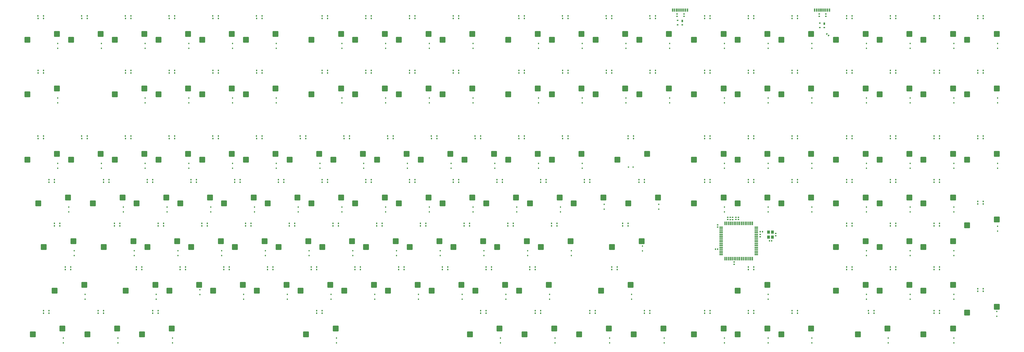
<source format=gbr>
%TF.GenerationSoftware,KiCad,Pcbnew,7.0.3*%
%TF.CreationDate,2023-05-24T16:07:10-04:00*%
%TF.ProjectId,100p-keebored,31303070-2d6b-4656-9562-6f7265642e6b,rev?*%
%TF.SameCoordinates,Original*%
%TF.FileFunction,Paste,Bot*%
%TF.FilePolarity,Positive*%
%FSLAX46Y46*%
G04 Gerber Fmt 4.6, Leading zero omitted, Abs format (unit mm)*
G04 Created by KiCad (PCBNEW 7.0.3) date 2023-05-24 16:07:10*
%MOMM*%
%LPD*%
G01*
G04 APERTURE LIST*
G04 Aperture macros list*
%AMRoundRect*
0 Rectangle with rounded corners*
0 $1 Rounding radius*
0 $2 $3 $4 $5 $6 $7 $8 $9 X,Y pos of 4 corners*
0 Add a 4 corners polygon primitive as box body*
4,1,4,$2,$3,$4,$5,$6,$7,$8,$9,$2,$3,0*
0 Add four circle primitives for the rounded corners*
1,1,$1+$1,$2,$3*
1,1,$1+$1,$4,$5*
1,1,$1+$1,$6,$7*
1,1,$1+$1,$8,$9*
0 Add four rect primitives between the rounded corners*
20,1,$1+$1,$2,$3,$4,$5,0*
20,1,$1+$1,$4,$5,$6,$7,0*
20,1,$1+$1,$6,$7,$8,$9,0*
20,1,$1+$1,$8,$9,$2,$3,0*%
G04 Aperture macros list end*
%ADD10RoundRect,0.250000X1.025000X1.000000X-1.025000X1.000000X-1.025000X-1.000000X1.025000X-1.000000X0*%
%ADD11RoundRect,0.112500X0.112500X-0.187500X0.112500X0.187500X-0.112500X0.187500X-0.112500X-0.187500X0*%
%ADD12RoundRect,0.118750X0.118750X0.231250X-0.118750X0.231250X-0.118750X-0.231250X0.118750X-0.231250X0*%
%ADD13RoundRect,0.125000X0.125000X0.225000X-0.125000X0.225000X-0.125000X-0.225000X0.125000X-0.225000X0*%
%ADD14RoundRect,0.118750X-0.118750X-0.231250X0.118750X-0.231250X0.118750X0.231250X-0.118750X0.231250X0*%
%ADD15RoundRect,0.125000X-0.125000X-0.225000X0.125000X-0.225000X0.125000X0.225000X-0.125000X0.225000X0*%
%ADD16RoundRect,0.135000X-0.185000X0.135000X-0.185000X-0.135000X0.185000X-0.135000X0.185000X0.135000X0*%
%ADD17RoundRect,0.135000X0.185000X-0.135000X0.185000X0.135000X-0.185000X0.135000X-0.185000X-0.135000X0*%
%ADD18RoundRect,0.140000X0.170000X-0.140000X0.170000X0.140000X-0.170000X0.140000X-0.170000X-0.140000X0*%
%ADD19RoundRect,0.140000X-0.170000X0.140000X-0.170000X-0.140000X0.170000X-0.140000X0.170000X0.140000X0*%
%ADD20R,0.700000X1.000000*%
%ADD21R,0.700000X0.600000*%
%ADD22RoundRect,0.140000X0.140000X0.170000X-0.140000X0.170000X-0.140000X-0.170000X0.140000X-0.170000X0*%
%ADD23R,0.600000X1.450000*%
%ADD24R,0.300000X1.450000*%
%ADD25R,0.550000X1.500000*%
%ADD26R,1.500000X0.550000*%
%ADD27RoundRect,0.135000X0.135000X0.185000X-0.135000X0.185000X-0.135000X-0.185000X0.135000X-0.185000X0*%
%ADD28RoundRect,0.135000X0.226274X0.035355X0.035355X0.226274X-0.226274X-0.035355X-0.035355X-0.226274X0*%
%ADD29R,1.200000X1.400000*%
%ADD30RoundRect,0.112500X-0.187500X-0.112500X0.187500X-0.112500X0.187500X0.112500X-0.187500X0.112500X0*%
G04 APERTURE END LIST*
D10*
%TO.C,SW10*%
X262736000Y-79044800D03*
X249809000Y-81584800D03*
%TD*%
%TO.C,SW127*%
X410373500Y-207632300D03*
X397446500Y-210172300D03*
%TD*%
%TO.C,SW96*%
X336554750Y-169532300D03*
X323627750Y-172072300D03*
%TD*%
%TO.C,SW78*%
X391323500Y-150482300D03*
X378396500Y-153022300D03*
%TD*%
%TO.C,SW115*%
X472286000Y-188582300D03*
X459359000Y-191122300D03*
%TD*%
%TO.C,SW73*%
X281786000Y-150482300D03*
X268859000Y-153022300D03*
%TD*%
%TO.C,SW50*%
X234161000Y-131432300D03*
X221234000Y-133972300D03*
%TD*%
%TO.C,SW69*%
X205586000Y-150482300D03*
X192659000Y-153022300D03*
%TD*%
%TO.C,SW19*%
X453236000Y-79044800D03*
X440309000Y-81584800D03*
%TD*%
%TO.C,SW125*%
X372273500Y-207632300D03*
X359346500Y-210172300D03*
%TD*%
%TO.C,SW76*%
X343698500Y-150482300D03*
X330771500Y-153022300D03*
%TD*%
%TO.C,SW4*%
X138911000Y-79044800D03*
X125984000Y-81584800D03*
%TD*%
%TO.C,SW51*%
X253211000Y-131432300D03*
X240284000Y-133972300D03*
%TD*%
%TO.C,SW12*%
X310361000Y-79044800D03*
X297434000Y-81584800D03*
%TD*%
%TO.C,SW71*%
X243686000Y-150482300D03*
X230759000Y-153022300D03*
%TD*%
%TO.C,SW126*%
X391323500Y-207632300D03*
X378396500Y-210172300D03*
%TD*%
%TO.C,SW119*%
X131767250Y-207632300D03*
X118840250Y-210172300D03*
%TD*%
%TO.C,SW107*%
X238923500Y-188582300D03*
X225996500Y-191122300D03*
%TD*%
%TO.C,SW27*%
X205586000Y-102857300D03*
X192659000Y-105397300D03*
%TD*%
%TO.C,SW48*%
X196061000Y-131432300D03*
X183134000Y-133972300D03*
%TD*%
%TO.C,SW81*%
X453236000Y-150482300D03*
X440309000Y-153022300D03*
%TD*%
%TO.C,SW24*%
X138911000Y-102857300D03*
X125984000Y-105397300D03*
%TD*%
%TO.C,SW62*%
X491336000Y-131432300D03*
X478409000Y-133972300D03*
%TD*%
%TO.C,SW23*%
X119861000Y-102857300D03*
X106934000Y-105397300D03*
%TD*%
%TO.C,SW88*%
X172248500Y-169532300D03*
X159321500Y-172072300D03*
%TD*%
%TO.C,SW105*%
X200823500Y-188582300D03*
X187896500Y-191122300D03*
%TD*%
%TO.C,SW8*%
X224636000Y-79044800D03*
X211709000Y-81584800D03*
%TD*%
%TO.C,SW117*%
X84142250Y-207632300D03*
X71215250Y-210172300D03*
%TD*%
%TO.C,SW79*%
X410373500Y-150482300D03*
X397446500Y-153022300D03*
%TD*%
%TO.C,SW66*%
X148436000Y-150482300D03*
X135509000Y-153022300D03*
%TD*%
%TO.C,SW30*%
X262736000Y-102857300D03*
X249809000Y-105397300D03*
%TD*%
%TO.C,SW87*%
X153198500Y-169532300D03*
X140271500Y-172072300D03*
%TD*%
%TO.C,SW68*%
X186536000Y-150482300D03*
X173609000Y-153022300D03*
%TD*%
%TO.C,SW15*%
X372273500Y-79044800D03*
X359346500Y-81584800D03*
%TD*%
%TO.C,SW25*%
X157961000Y-102857300D03*
X145034000Y-105397300D03*
%TD*%
%TO.C,SW89*%
X191298500Y-169532300D03*
X178371500Y-172072300D03*
%TD*%
%TO.C,SW39*%
X453236000Y-102857300D03*
X440309000Y-105397300D03*
%TD*%
%TO.C,SW102*%
X143673500Y-188582300D03*
X130746500Y-191122300D03*
%TD*%
%TO.C,SW70*%
X224636000Y-150482300D03*
X211709000Y-153022300D03*
%TD*%
%TO.C,SW77*%
X372273500Y-150482300D03*
X359346500Y-153022300D03*
%TD*%
%TO.C,SW59*%
X434186000Y-131432300D03*
X421259000Y-133972300D03*
%TD*%
%TO.C,SW114*%
X453236000Y-188582300D03*
X440309000Y-191122300D03*
%TD*%
%TO.C,SW11*%
X291311000Y-79044800D03*
X278384000Y-81584800D03*
%TD*%
%TO.C,SW22*%
X81761000Y-102857300D03*
X68834000Y-105397300D03*
%TD*%
%TO.C,SW61*%
X472286000Y-131432300D03*
X459359000Y-133972300D03*
%TD*%
%TO.C,SW6*%
X177011000Y-79044800D03*
X164084000Y-81584800D03*
%TD*%
%TO.C,SW97*%
X434186000Y-169532300D03*
X421259000Y-172072300D03*
%TD*%
%TO.C,SW21*%
X491336000Y-79044800D03*
X478409000Y-81584800D03*
%TD*%
%TO.C,SW29*%
X243686000Y-102857300D03*
X230759000Y-105397300D03*
%TD*%
%TO.C,SW63*%
X86523500Y-150482300D03*
X73596500Y-153022300D03*
%TD*%
%TO.C,SW124*%
X346079750Y-207632300D03*
X333152750Y-210172300D03*
%TD*%
%TO.C,SW17*%
X410373500Y-79044800D03*
X397446500Y-81584800D03*
%TD*%
%TO.C,SW49*%
X215111000Y-131432300D03*
X202184000Y-133972300D03*
%TD*%
%TO.C,SW122*%
X298454750Y-207632300D03*
X285527750Y-210172300D03*
%TD*%
%TO.C,SW16*%
X391323500Y-79044800D03*
X378396500Y-81584800D03*
%TD*%
%TO.C,SW120*%
X203204750Y-207632300D03*
X190277750Y-210172300D03*
%TD*%
%TO.C,SW26*%
X177011000Y-102857300D03*
X164084000Y-105397300D03*
%TD*%
%TO.C,SW82*%
X472286000Y-150482300D03*
X459359000Y-153022300D03*
%TD*%
%TO.C,SW58*%
X410373500Y-131432300D03*
X397446500Y-133972300D03*
%TD*%
%TO.C,SW86*%
X134148500Y-169532300D03*
X121221500Y-172072300D03*
%TD*%
%TO.C,SW84*%
X88904750Y-169532300D03*
X75977750Y-172072300D03*
%TD*%
%TO.C,SW37*%
X410373500Y-102857300D03*
X397446500Y-105397300D03*
%TD*%
%TO.C,SW90*%
X210348500Y-169532300D03*
X197421500Y-172072300D03*
%TD*%
%TO.C,SW9*%
X243686000Y-79044800D03*
X230759000Y-81584800D03*
%TD*%
%TO.C,SW18*%
X434186000Y-79044800D03*
X421259000Y-81584800D03*
%TD*%
%TO.C,SW35*%
X372273500Y-102857300D03*
X359346500Y-105397300D03*
%TD*%
%TO.C,SW34*%
X348461000Y-102857300D03*
X335534000Y-105397300D03*
%TD*%
%TO.C,SW121*%
X274642250Y-207632300D03*
X261715250Y-210172300D03*
%TD*%
%TO.C,SW46*%
X157961000Y-131432300D03*
X145034000Y-133972300D03*
%TD*%
%TO.C,SW74*%
X300836000Y-150482300D03*
X287909000Y-153022300D03*
%TD*%
%TO.C,SW47*%
X177011000Y-131432300D03*
X164084000Y-133972300D03*
%TD*%
%TO.C,SW80*%
X434186000Y-150482300D03*
X421259000Y-153022300D03*
%TD*%
%TO.C,SW32*%
X310361000Y-102857300D03*
X297434000Y-105397300D03*
%TD*%
%TO.C,SW110*%
X296073500Y-188582300D03*
X283146500Y-191122300D03*
%TD*%
%TO.C,SW2*%
X100811000Y-79044800D03*
X87884000Y-81584800D03*
%TD*%
%TO.C,SW129*%
X472286000Y-207632300D03*
X459359000Y-210172300D03*
%TD*%
%TO.C,SW123*%
X322267250Y-207632300D03*
X309340250Y-210172300D03*
%TD*%
%TO.C,SW98*%
X453236000Y-169532300D03*
X440309000Y-172072300D03*
%TD*%
%TO.C,SW95*%
X305598500Y-169532300D03*
X292671500Y-172072300D03*
%TD*%
%TO.C,SW14*%
X348461000Y-79044800D03*
X335534000Y-81584800D03*
%TD*%
%TO.C,SW57*%
X391323500Y-131432300D03*
X378396500Y-133972300D03*
%TD*%
%TO.C,SW104*%
X181773500Y-188582300D03*
X168846500Y-191122300D03*
%TD*%
%TO.C,SW13*%
X329411000Y-79044800D03*
X316484000Y-81584800D03*
%TD*%
%TO.C,SW112*%
X391323480Y-188582272D03*
X378396480Y-191122272D03*
%TD*%
%TO.C,SW100*%
X93667250Y-188582300D03*
X80740250Y-191122300D03*
%TD*%
%TO.C,SW99*%
X472286000Y-169532300D03*
X459359000Y-172072300D03*
%TD*%
%TO.C,SW45*%
X138911000Y-131432300D03*
X125984000Y-133972300D03*
%TD*%
%TO.C,SW5*%
X157961000Y-79044800D03*
X145034000Y-81584800D03*
%TD*%
%TO.C,SW94*%
X286548500Y-169532300D03*
X273621500Y-172072300D03*
%TD*%
%TO.C,SW101*%
X124623500Y-188582300D03*
X111696500Y-191122300D03*
%TD*%
%TO.C,SW56*%
X372273500Y-131432300D03*
X359346500Y-133972300D03*
%TD*%
%TO.C,SW28*%
X224636000Y-102857300D03*
X211709000Y-105397300D03*
%TD*%
%TO.C,SW43*%
X100811000Y-131432300D03*
X87884000Y-133972300D03*
%TD*%
%TO.C,SW31*%
X291311000Y-102857300D03*
X278384000Y-105397300D03*
%TD*%
%TO.C,SW52*%
X272261000Y-131432300D03*
X259334000Y-133972300D03*
%TD*%
%TO.C,SW103*%
X162723500Y-188582300D03*
X149796500Y-191122300D03*
%TD*%
%TO.C,SW91*%
X229398500Y-169532300D03*
X216471500Y-172072300D03*
%TD*%
%TO.C,SW36*%
X391323500Y-102857300D03*
X378396500Y-105397300D03*
%TD*%
%TO.C,SW44*%
X119861000Y-131432300D03*
X106934000Y-133972300D03*
%TD*%
%TO.C,SW111*%
X331792250Y-188582300D03*
X318865250Y-191122300D03*
%TD*%
%TO.C,SW85*%
X115098500Y-169532300D03*
X102171500Y-172072300D03*
%TD*%
%TO.C,SW54*%
X310361000Y-131432300D03*
X297434000Y-133972300D03*
%TD*%
%TO.C,SW41*%
X491336000Y-102857300D03*
X478409000Y-105397300D03*
%TD*%
%TO.C,SW93*%
X267498500Y-169532300D03*
X254571500Y-172072300D03*
%TD*%
%TO.C,SW118*%
X107954750Y-207632300D03*
X95027750Y-210172300D03*
%TD*%
%TO.C,SW75*%
X319886000Y-150482300D03*
X306959000Y-153022300D03*
%TD*%
%TO.C,SW55*%
X338936000Y-131432300D03*
X326009000Y-133972300D03*
%TD*%
%TO.C,SW42*%
X81761000Y-131432300D03*
X68834000Y-133972300D03*
%TD*%
%TO.C,SW109*%
X277023500Y-188582300D03*
X264096500Y-191122300D03*
%TD*%
%TO.C,SW83*%
X491336000Y-160007300D03*
X478409000Y-162547300D03*
%TD*%
%TO.C,SW72*%
X262736000Y-150482300D03*
X249809000Y-153022300D03*
%TD*%
%TO.C,SW20*%
X472286000Y-79044800D03*
X459359000Y-81584800D03*
%TD*%
%TO.C,SW128*%
X443711000Y-207632300D03*
X430784000Y-210172300D03*
%TD*%
%TO.C,SW67*%
X167486000Y-150482300D03*
X154559000Y-153022300D03*
%TD*%
%TO.C,SW53*%
X291311000Y-131432300D03*
X278384000Y-133972300D03*
%TD*%
%TO.C,SW92*%
X248448500Y-169532300D03*
X235521500Y-172072300D03*
%TD*%
%TO.C,SW108*%
X257973500Y-188582300D03*
X245046500Y-191122300D03*
%TD*%
%TO.C,SW1*%
X81761000Y-79044800D03*
X68834000Y-81584800D03*
%TD*%
%TO.C,SW3*%
X119861000Y-79044800D03*
X106934000Y-81584800D03*
%TD*%
%TO.C,SW113*%
X434186000Y-188582300D03*
X421259000Y-191122300D03*
%TD*%
%TO.C,SW65*%
X129386000Y-150482300D03*
X116459000Y-153022300D03*
%TD*%
%TO.C,SW60*%
X453236000Y-131432300D03*
X440309000Y-133972300D03*
%TD*%
%TO.C,SW33*%
X329411000Y-102857300D03*
X316484000Y-105397300D03*
%TD*%
%TO.C,SW64*%
X110336000Y-150482300D03*
X97409000Y-153022300D03*
%TD*%
%TO.C,SW40*%
X472286000Y-102857300D03*
X459359000Y-105397300D03*
%TD*%
%TO.C,SW116*%
X491336000Y-198107300D03*
X478409000Y-200647300D03*
%TD*%
%TO.C,SW106*%
X219873500Y-188582300D03*
X206946500Y-191122300D03*
%TD*%
%TO.C,SW38*%
X434186000Y-102857300D03*
X421259000Y-105397300D03*
%TD*%
%TO.C,SW7*%
X205586000Y-79044800D03*
X192659000Y-81584800D03*
%TD*%
D11*
%TO.C,D50*%
X234517224Y-137681276D03*
X234517224Y-135581276D03*
%TD*%
%TO.C,D16*%
X391679592Y-85293820D03*
X391679592Y-83193820D03*
%TD*%
%TO.C,D91*%
X229754728Y-175781244D03*
X229754728Y-173681244D03*
%TD*%
%TO.C,D6*%
X177367272Y-85293820D03*
X177367272Y-83193820D03*
%TD*%
%TO.C,D88*%
X172604776Y-175781244D03*
X172604776Y-173681244D03*
%TD*%
D12*
%TO.C,D250*%
X225888292Y-124679680D03*
X228263292Y-124679680D03*
X228263292Y-123579680D03*
D13*
X225875792Y-123579680D03*
%TD*%
D14*
%TO.C,D230*%
X323513212Y-95004704D03*
X321138212Y-95004704D03*
X321138212Y-96104704D03*
D15*
X323525712Y-96104704D03*
%TD*%
D11*
%TO.C,D77*%
X372629608Y-156731260D03*
X372629608Y-154631260D03*
%TD*%
D12*
%TO.C,D206*%
X168738340Y-72292224D03*
X171113340Y-72292224D03*
X171113340Y-71192224D03*
D13*
X168725840Y-71192224D03*
%TD*%
D14*
%TO.C,D312*%
X175875836Y-180729632D03*
X173500836Y-180729632D03*
X173500836Y-181829632D03*
D15*
X175888336Y-181829632D03*
%TD*%
D11*
%TO.C,D33*%
X329767144Y-109106300D03*
X329767144Y-107006300D03*
%TD*%
D16*
%TO.C,R5*%
X375159419Y-159040916D03*
X375159419Y-160060916D03*
%TD*%
D14*
%TO.C,D301*%
X466388092Y-180729632D03*
X464013092Y-180729632D03*
X464013092Y-181829632D03*
D15*
X466400592Y-181829632D03*
%TD*%
D11*
%TO.C,D35*%
X372629608Y-109106300D03*
X372629608Y-107006300D03*
%TD*%
D12*
%TO.C,D204*%
X130638372Y-72292224D03*
X133013372Y-72292224D03*
X133013372Y-71192224D03*
D13*
X130625872Y-71192224D03*
%TD*%
D12*
%TO.C,D260*%
X444963108Y-124679680D03*
X447338108Y-124679680D03*
X447338108Y-123579680D03*
D13*
X444950608Y-123579680D03*
%TD*%
D11*
%TO.C,D129*%
X472642024Y-213881212D03*
X472642024Y-211781212D03*
%TD*%
%TO.C,D63*%
X86879848Y-156731260D03*
X86879848Y-154631260D03*
%TD*%
D14*
%TO.C,D228*%
X366375676Y-95004704D03*
X364000676Y-95004704D03*
X364000676Y-96104704D03*
D15*
X366388176Y-96104704D03*
%TD*%
D11*
%TO.C,D118*%
X108311080Y-213881212D03*
X108311080Y-211781212D03*
%TD*%
D14*
%TO.C,D274*%
X256838268Y-142629664D03*
X254463268Y-142629664D03*
X254463268Y-143729664D03*
D15*
X256850768Y-143729664D03*
%TD*%
D12*
%TO.C,D286*%
X125875876Y-162779648D03*
X128250876Y-162779648D03*
X128250876Y-161679648D03*
D13*
X125863376Y-161679648D03*
%TD*%
D11*
%TO.C,D42*%
X82117352Y-137681276D03*
X82117352Y-135581276D03*
%TD*%
%TO.C,D102*%
X144029800Y-192747636D03*
X144029800Y-190647636D03*
%TD*%
D12*
%TO.C,D324*%
X337806948Y-200879616D03*
X340181948Y-200879616D03*
X340181948Y-199779616D03*
D13*
X337794448Y-199779616D03*
%TD*%
D11*
%TO.C,D120*%
X203561000Y-213881212D03*
X203561000Y-211781212D03*
%TD*%
D12*
%TO.C,D246*%
X149688356Y-124679680D03*
X152063356Y-124679680D03*
X152063356Y-123579680D03*
D13*
X149675856Y-123579680D03*
%TD*%
D12*
%TO.C,D242*%
X73488420Y-124679680D03*
X75863420Y-124679680D03*
X75863420Y-123579680D03*
D13*
X73475920Y-123579680D03*
%TD*%
D11*
%TO.C,D62*%
X491692008Y-137681276D03*
X491692008Y-135581276D03*
%TD*%
D12*
%TO.C,D292*%
X240175780Y-162779648D03*
X242550780Y-162779648D03*
X242550780Y-161679648D03*
D13*
X240163280Y-161679648D03*
%TD*%
D11*
%TO.C,D24*%
X139267304Y-109106300D03*
X139267304Y-107006300D03*
%TD*%
%TO.C,D2*%
X101167336Y-85293820D03*
X101167336Y-83193820D03*
%TD*%
%TO.C,D48*%
X196417256Y-137681276D03*
X196417256Y-135581276D03*
%TD*%
%TO.C,D123*%
X322623400Y-213881212D03*
X322623400Y-211781212D03*
%TD*%
%TO.C,D115*%
X472642024Y-194831228D03*
X472642024Y-192731228D03*
%TD*%
D14*
%TO.C,D305*%
X325894460Y-180729632D03*
X323519460Y-180729632D03*
X323519460Y-181829632D03*
D15*
X325906960Y-181829632D03*
%TD*%
D17*
%TO.C,R6*%
X376892911Y-179570788D03*
X376892911Y-178550788D03*
%TD*%
D11*
%TO.C,D125*%
X372629608Y-213881212D03*
X372629608Y-211781212D03*
%TD*%
%TO.C,D43*%
X101167336Y-137681276D03*
X101167336Y-135581276D03*
%TD*%
D14*
%TO.C,D236*%
X199688316Y-95004704D03*
X197313316Y-95004704D03*
X197313316Y-96104704D03*
D15*
X199700816Y-96104704D03*
%TD*%
D11*
%TO.C,D126*%
X391679592Y-213881212D03*
X391679592Y-211781212D03*
%TD*%
D14*
%TO.C,D304*%
X385425660Y-180729632D03*
X383050660Y-180729632D03*
X383050660Y-181829632D03*
D15*
X385438160Y-181829632D03*
%TD*%
D11*
%TO.C,D128*%
X444067048Y-213881212D03*
X444067048Y-211781212D03*
%TD*%
%TO.C,D69*%
X205942248Y-156731260D03*
X205942248Y-154631260D03*
%TD*%
%TO.C,D82*%
X472642024Y-156731260D03*
X472642024Y-154631260D03*
%TD*%
D14*
%TO.C,D275*%
X237788284Y-142629664D03*
X235413284Y-142629664D03*
X235413284Y-143729664D03*
D15*
X237800784Y-143729664D03*
%TD*%
D11*
%TO.C,D28*%
X224992232Y-109106300D03*
X224992232Y-107006300D03*
%TD*%
D18*
%TO.C,C1*%
X394967220Y-167104000D03*
X394967220Y-166144000D03*
%TD*%
D11*
%TO.C,D26*%
X177367272Y-109106300D03*
X177367272Y-107006300D03*
%TD*%
%TO.C,D112*%
X391679592Y-194831228D03*
X391679592Y-192731228D03*
%TD*%
D18*
%TO.C,C4*%
X374117623Y-160030916D03*
X374117623Y-159070916D03*
%TD*%
D14*
%TO.C,D279*%
X161588348Y-142629664D03*
X159213348Y-142629664D03*
X159213348Y-143729664D03*
D15*
X161600848Y-143729664D03*
%TD*%
D11*
%TO.C,D22*%
X82117352Y-109106300D03*
X82117352Y-107006300D03*
%TD*%
D12*
%TO.C,D262*%
X483063076Y-124679680D03*
X485438076Y-124679680D03*
X485438076Y-123579680D03*
D13*
X483050576Y-123579680D03*
%TD*%
D19*
%TO.C,C8*%
X377689495Y-159070916D03*
X377689495Y-160030916D03*
%TD*%
D11*
%TO.C,D96*%
X336910888Y-173697652D03*
X336910888Y-171597652D03*
%TD*%
D12*
%TO.C,D257*%
X383050660Y-124679680D03*
X385425660Y-124679680D03*
X385425660Y-123579680D03*
D13*
X383038160Y-123579680D03*
%TD*%
D12*
%TO.C,D291*%
X221125796Y-162779648D03*
X223500796Y-162779648D03*
X223500796Y-161679648D03*
D13*
X221113296Y-161679648D03*
%TD*%
D11*
%TO.C,D114*%
X453592040Y-194831228D03*
X453592040Y-192731228D03*
%TD*%
D14*
%TO.C,D270*%
X337800700Y-142629664D03*
X335425700Y-142629664D03*
X335425700Y-143729664D03*
D15*
X337813200Y-143729664D03*
%TD*%
D14*
%TO.C,D232*%
X285413244Y-95004704D03*
X283038244Y-95004704D03*
X283038244Y-96104704D03*
D15*
X285425744Y-96104704D03*
%TD*%
D12*
%TO.C,D220*%
X464013092Y-72292224D03*
X466388092Y-72292224D03*
X466388092Y-71192224D03*
D13*
X464000592Y-71192224D03*
%TD*%
D12*
%TO.C,D217*%
X402100644Y-72292224D03*
X404475644Y-72292224D03*
X404475644Y-71192224D03*
D13*
X402088144Y-71192224D03*
%TD*%
D11*
%TO.C,D3*%
X120217320Y-85293820D03*
X120217320Y-83193820D03*
%TD*%
D14*
%TO.C,D272*%
X294938236Y-142629664D03*
X292563236Y-142629664D03*
X292563236Y-143729664D03*
D15*
X294950736Y-143729664D03*
%TD*%
D11*
%TO.C,D103*%
X163079784Y-194831228D03*
X163079784Y-192731228D03*
%TD*%
D12*
%TO.C,D327*%
X402100644Y-200879616D03*
X404475644Y-200879616D03*
X404475644Y-199779616D03*
D13*
X402088144Y-199779616D03*
%TD*%
D11*
%TO.C,D23*%
X120217320Y-109106300D03*
X120217320Y-107006300D03*
%TD*%
D12*
%TO.C,D245*%
X130638372Y-124679680D03*
X133013372Y-124679680D03*
X133013372Y-123579680D03*
D13*
X130625872Y-123579680D03*
%TD*%
D20*
%TO.C,D200*%
X354282250Y-73373550D03*
D21*
X354282250Y-75073550D03*
X352282250Y-75073550D03*
X352282250Y-73173550D03*
%TD*%
D11*
%TO.C,D73*%
X282142184Y-156731260D03*
X282142184Y-154631260D03*
%TD*%
D14*
%TO.C,D240*%
X113963388Y-95004704D03*
X111588388Y-95004704D03*
X111588388Y-96104704D03*
D15*
X113975888Y-96104704D03*
%TD*%
D12*
%TO.C,D252*%
X263988260Y-124679680D03*
X266363260Y-124679680D03*
X266363260Y-123579680D03*
D13*
X263975760Y-123579680D03*
%TD*%
D11*
%TO.C,D104*%
X182129768Y-194831228D03*
X182129768Y-192731228D03*
%TD*%
D14*
%TO.C,D306*%
X290175740Y-180729632D03*
X287800740Y-180729632D03*
X287800740Y-181829632D03*
D15*
X290188240Y-181829632D03*
%TD*%
D14*
%TO.C,D303*%
X428288124Y-180729632D03*
X425913124Y-180729632D03*
X425913124Y-181829632D03*
D15*
X428300624Y-181829632D03*
%TD*%
D11*
%TO.C,D44*%
X120217320Y-137681276D03*
X120217320Y-135581276D03*
%TD*%
D12*
%TO.C,D293*%
X259225764Y-162779648D03*
X261600764Y-162779648D03*
X261600764Y-161679648D03*
D13*
X259213264Y-161679648D03*
%TD*%
D11*
%TO.C,D40*%
X472642024Y-109106300D03*
X472642024Y-107006300D03*
%TD*%
%TO.C,D45*%
X139267304Y-137681276D03*
X139267304Y-135581276D03*
%TD*%
%TO.C,D81*%
X453592040Y-156731260D03*
X453592040Y-154631260D03*
%TD*%
%TO.C,D111*%
X332148392Y-194831228D03*
X332148392Y-192731228D03*
%TD*%
%TO.C,D7*%
X205942248Y-85293820D03*
X205942248Y-83193820D03*
%TD*%
D12*
%TO.C,D244*%
X111588388Y-124679680D03*
X113963388Y-124679680D03*
X113963388Y-123579680D03*
D13*
X111575888Y-123579680D03*
%TD*%
D12*
%TO.C,D202*%
X92538436Y-72292224D03*
X94913436Y-72292224D03*
X94913436Y-71192224D03*
D13*
X92525936Y-71192224D03*
%TD*%
D16*
%TO.C,R4*%
X376201215Y-159040916D03*
X376201215Y-160060916D03*
%TD*%
D11*
%TO.C,D19*%
X453592040Y-85293820D03*
X453592040Y-83193820D03*
%TD*%
D14*
%TO.C,D264*%
X466388092Y-142629664D03*
X464013092Y-142629664D03*
X464013092Y-143729664D03*
D15*
X466400592Y-143729664D03*
%TD*%
D14*
%TO.C,D307*%
X271125756Y-180729632D03*
X268750756Y-180729632D03*
X268750756Y-181829632D03*
D15*
X271138256Y-181829632D03*
%TD*%
D14*
%TO.C,D226*%
X404475644Y-95004704D03*
X402100644Y-95004704D03*
X402100644Y-96104704D03*
D15*
X404488144Y-96104704D03*
%TD*%
D11*
%TO.C,D41*%
X491692008Y-109106300D03*
X491692008Y-107006300D03*
%TD*%
D12*
%TO.C,D205*%
X149688356Y-72292224D03*
X152063356Y-72292224D03*
X152063356Y-71192224D03*
D13*
X149675856Y-71192224D03*
%TD*%
D11*
%TO.C,D49*%
X215467240Y-137681276D03*
X215467240Y-135581276D03*
%TD*%
%TO.C,D67*%
X167842280Y-156731260D03*
X167842280Y-154631260D03*
%TD*%
%TO.C,D74*%
X301192168Y-156731260D03*
X301192168Y-154631260D03*
%TD*%
D12*
%TO.C,D247*%
X168738340Y-124679680D03*
X171113340Y-124679680D03*
X171113340Y-123579680D03*
D13*
X168725840Y-123579680D03*
%TD*%
D11*
%TO.C,D85*%
X115454824Y-175781244D03*
X115454824Y-173681244D03*
%TD*%
D14*
%TO.C,D266*%
X428288124Y-142629664D03*
X425913124Y-142629664D03*
X425913124Y-143729664D03*
D15*
X428300624Y-143729664D03*
%TD*%
D22*
%TO.C,C7*%
X369686299Y-172945436D03*
X368726299Y-172945436D03*
%TD*%
D14*
%TO.C,D224*%
X447338108Y-95004704D03*
X444963108Y-95004704D03*
X444963108Y-96104704D03*
D15*
X447350608Y-96104704D03*
%TD*%
D11*
%TO.C,D66*%
X148792296Y-156731260D03*
X148792296Y-154631260D03*
%TD*%
D14*
%TO.C,D223*%
X466388092Y-95004704D03*
X464013092Y-95004704D03*
X464013092Y-96104704D03*
D15*
X466400592Y-96104704D03*
%TD*%
D11*
%TO.C,D10*%
X263092200Y-85293820D03*
X263092200Y-83193820D03*
%TD*%
%TO.C,D70*%
X224992232Y-156731260D03*
X224992232Y-154631260D03*
%TD*%
%TO.C,D99*%
X472642024Y-175781244D03*
X472642024Y-173681244D03*
%TD*%
D14*
%TO.C,D271*%
X313988220Y-142629664D03*
X311613220Y-142629664D03*
X311613220Y-143729664D03*
D15*
X314000720Y-143729664D03*
%TD*%
D11*
%TO.C,D57*%
X391679592Y-137681276D03*
X391679592Y-135581276D03*
%TD*%
%TO.C,D15*%
X372629608Y-85293820D03*
X372629608Y-83193820D03*
%TD*%
D12*
%TO.C,D248*%
X187788324Y-124679680D03*
X190163324Y-124679680D03*
X190163324Y-123579680D03*
D13*
X187775824Y-123579680D03*
%TD*%
D14*
%TO.C,D269*%
X366375676Y-142629664D03*
X364000676Y-142629664D03*
X364000676Y-143729664D03*
D15*
X366388176Y-143729664D03*
%TD*%
D12*
%TO.C,D325*%
X364000676Y-200879616D03*
X366375676Y-200879616D03*
X366375676Y-199779616D03*
D13*
X363988176Y-199779616D03*
%TD*%
D16*
%TO.C,R3*%
X355036000Y-70332300D03*
X355036000Y-71352300D03*
%TD*%
D11*
%TO.C,D116*%
X491394352Y-202272628D03*
X491394352Y-200172628D03*
%TD*%
%TO.C,D18*%
X434542056Y-85293820D03*
X434542056Y-83193820D03*
%TD*%
D14*
%TO.C,D309*%
X233025788Y-180729632D03*
X230650788Y-180729632D03*
X230650788Y-181829632D03*
D15*
X233038288Y-181829632D03*
%TD*%
D14*
%TO.C,D315*%
X118725884Y-180729632D03*
X116350884Y-180729632D03*
X116350884Y-181829632D03*
D15*
X118738384Y-181829632D03*
%TD*%
D11*
%TO.C,D9*%
X244042216Y-85293820D03*
X244042216Y-83193820D03*
%TD*%
%TO.C,D124*%
X346435880Y-213881212D03*
X346435880Y-211781212D03*
%TD*%
D12*
%TO.C,D208*%
X216363300Y-72292224D03*
X218738300Y-72292224D03*
X218738300Y-71192224D03*
D13*
X216350800Y-71192224D03*
%TD*%
D11*
%TO.C,D39*%
X453592040Y-109106300D03*
X453592040Y-107006300D03*
%TD*%
D12*
%TO.C,D254*%
X302088228Y-124679680D03*
X304463228Y-124679680D03*
X304463228Y-123579680D03*
D13*
X302075728Y-123579680D03*
%TD*%
D11*
%TO.C,D32*%
X310717160Y-109106300D03*
X310717160Y-107006300D03*
%TD*%
%TO.C,D110*%
X296429672Y-194831228D03*
X296429672Y-192731228D03*
%TD*%
%TO.C,D127*%
X410729576Y-213881212D03*
X410729576Y-211781212D03*
%TD*%
D12*
%TO.C,D258*%
X402100644Y-124679680D03*
X404475644Y-124679680D03*
X404475644Y-123579680D03*
D13*
X402088144Y-123579680D03*
%TD*%
D11*
%TO.C,D34*%
X348817128Y-109106300D03*
X348817128Y-107006300D03*
%TD*%
%TO.C,D36*%
X391679592Y-109106300D03*
X391679592Y-107006300D03*
%TD*%
D14*
%TO.C,D233*%
X256838268Y-95004704D03*
X254463268Y-95004704D03*
X254463268Y-96104704D03*
D15*
X256850768Y-96104704D03*
%TD*%
D12*
%TO.C,D294*%
X278275748Y-162779648D03*
X280650748Y-162779648D03*
X280650748Y-161679648D03*
D13*
X278263248Y-161679648D03*
%TD*%
D12*
%TO.C,D243*%
X92538404Y-124679680D03*
X94913404Y-124679680D03*
X94913404Y-123579680D03*
D13*
X92525904Y-123579680D03*
%TD*%
D12*
%TO.C,D253*%
X283038244Y-124679680D03*
X285413244Y-124679680D03*
X285413244Y-123579680D03*
D13*
X283025744Y-123579680D03*
%TD*%
D12*
%TO.C,D207*%
X197313316Y-72292224D03*
X199688316Y-72292224D03*
X199688316Y-71192224D03*
D13*
X197300816Y-71192224D03*
%TD*%
D14*
%TO.C,D231*%
X304463228Y-95004704D03*
X302088228Y-95004704D03*
X302088228Y-96104704D03*
D15*
X304475728Y-96104704D03*
%TD*%
D12*
%TO.C,D326*%
X383050660Y-200879616D03*
X385425660Y-200879616D03*
X385425660Y-199779616D03*
D13*
X383038160Y-199779616D03*
%TD*%
D11*
%TO.C,D76*%
X344054632Y-155540636D03*
X344054632Y-153440636D03*
%TD*%
D14*
%TO.C,D280*%
X142538364Y-142629664D03*
X140163364Y-142629664D03*
X140163364Y-143729664D03*
D15*
X142550864Y-143729664D03*
%TD*%
D14*
%TO.C,D316*%
X87769660Y-180729632D03*
X85394660Y-180729632D03*
X85394660Y-181829632D03*
D15*
X87782160Y-181829632D03*
%TD*%
D11*
%TO.C,D14*%
X348817128Y-85293820D03*
X348817128Y-83193820D03*
%TD*%
D12*
%TO.C,D218*%
X425913124Y-72292224D03*
X428288124Y-72292224D03*
X428288124Y-71192224D03*
D13*
X425900624Y-71192224D03*
%TD*%
D14*
%TO.C,D267*%
X404475644Y-142629664D03*
X402100644Y-142629664D03*
X402100644Y-143729664D03*
D15*
X404488144Y-143729664D03*
%TD*%
D14*
%TO.C,D238*%
X152063356Y-95004704D03*
X149688356Y-95004704D03*
X149688356Y-96104704D03*
D15*
X152075856Y-96104704D03*
%TD*%
D14*
%TO.C,D314*%
X137775868Y-180729632D03*
X135400868Y-180729632D03*
X135400868Y-181829632D03*
D15*
X137788368Y-181829632D03*
%TD*%
D18*
%TO.C,C6*%
X378731291Y-160030916D03*
X378731291Y-159070916D03*
%TD*%
D23*
%TO.C,J3*%
X411944750Y-68643550D03*
X412744750Y-68643550D03*
D24*
X413944750Y-68643550D03*
X414944750Y-68643550D03*
X415444750Y-68643550D03*
X416444750Y-68643550D03*
D23*
X417644750Y-68643550D03*
X418444750Y-68643550D03*
X418444750Y-68643550D03*
X417644750Y-68643550D03*
D24*
X416944750Y-68643550D03*
X415944750Y-68643550D03*
X414444750Y-68643550D03*
X413444750Y-68643550D03*
D23*
X412744750Y-68643550D03*
X411944750Y-68643550D03*
%TD*%
D12*
%TO.C,D290*%
X202075812Y-162779648D03*
X204450812Y-162779648D03*
X204450812Y-161679648D03*
D13*
X202063312Y-161679648D03*
%TD*%
D12*
%TO.C,D319*%
X123494628Y-200879616D03*
X125869628Y-200879616D03*
X125869628Y-199779616D03*
D13*
X123482128Y-199779616D03*
%TD*%
D12*
%TO.C,D329*%
X464013092Y-200879616D03*
X466388092Y-200879616D03*
X466388092Y-199779616D03*
D13*
X464000592Y-199779616D03*
%TD*%
D14*
%TO.C,D237*%
X171113340Y-95004704D03*
X168738340Y-95004704D03*
X168738340Y-96104704D03*
D15*
X171125840Y-96104704D03*
%TD*%
D11*
%TO.C,D84*%
X89261096Y-175781244D03*
X89261096Y-173681244D03*
%TD*%
%TO.C,D52*%
X272617192Y-137681276D03*
X272617192Y-135581276D03*
%TD*%
D12*
%TO.C,D299*%
X464013092Y-162779648D03*
X466388092Y-162779648D03*
X466388092Y-161679648D03*
D13*
X464000592Y-161679648D03*
%TD*%
D14*
%TO.C,D235*%
X218738300Y-95004704D03*
X216363300Y-95004704D03*
X216363300Y-96104704D03*
D15*
X218750800Y-96104704D03*
%TD*%
D11*
%TO.C,D51*%
X253567208Y-137681276D03*
X253567208Y-135581276D03*
%TD*%
%TO.C,D90*%
X210704744Y-175781244D03*
X210704744Y-173681244D03*
%TD*%
D14*
%TO.C,D277*%
X199688316Y-142629664D03*
X197313316Y-142629664D03*
X197313316Y-143729664D03*
D15*
X199700816Y-143729664D03*
%TD*%
D11*
%TO.C,D12*%
X310717160Y-85293820D03*
X310717160Y-83193820D03*
%TD*%
%TO.C,D108*%
X258329704Y-194831228D03*
X258329704Y-192731228D03*
%TD*%
%TO.C,D37*%
X410729576Y-109106300D03*
X410729576Y-107006300D03*
%TD*%
%TO.C,D86*%
X134504808Y-175781244D03*
X134504808Y-173681244D03*
%TD*%
%TO.C,D72*%
X263092200Y-156731260D03*
X263092200Y-154631260D03*
%TD*%
D12*
%TO.C,D212*%
X302088228Y-72292224D03*
X304463228Y-72292224D03*
X304463228Y-71192224D03*
D13*
X302075728Y-71192224D03*
%TD*%
D14*
%TO.C,D310*%
X213975804Y-180729632D03*
X211600804Y-180729632D03*
X211600804Y-181829632D03*
D15*
X213988304Y-181829632D03*
%TD*%
D16*
%TO.C,R7*%
X413956000Y-70339300D03*
X413956000Y-71359300D03*
%TD*%
D11*
%TO.C,D79*%
X410729576Y-156731260D03*
X410729576Y-154631260D03*
%TD*%
D12*
%TO.C,D289*%
X183025828Y-162779648D03*
X185400828Y-162779648D03*
X185400828Y-161679648D03*
D13*
X183013328Y-161679648D03*
%TD*%
D11*
%TO.C,D47*%
X177367272Y-137681276D03*
X177367272Y-135581276D03*
%TD*%
%TO.C,D83*%
X491692008Y-165065628D03*
X491692008Y-162965628D03*
%TD*%
%TO.C,D117*%
X84498600Y-213881212D03*
X84498600Y-211781212D03*
%TD*%
D12*
%TO.C,D259*%
X425913124Y-124679680D03*
X428288124Y-124679680D03*
X428288124Y-123579680D03*
D13*
X425900624Y-123579680D03*
%TD*%
D23*
%TO.C,J2*%
X350032250Y-68643550D03*
X350832250Y-68643550D03*
D24*
X352032250Y-68643550D03*
X353032250Y-68643550D03*
X353532250Y-68643550D03*
X354532250Y-68643550D03*
D23*
X355732250Y-68643550D03*
X356532250Y-68643550D03*
X356532250Y-68643550D03*
X355732250Y-68643550D03*
D24*
X355032250Y-68643550D03*
X354032250Y-68643550D03*
X352532250Y-68643550D03*
X351532250Y-68643550D03*
D23*
X350832250Y-68643550D03*
X350032250Y-68643550D03*
%TD*%
D11*
%TO.C,D60*%
X453592040Y-137681276D03*
X453592040Y-135581276D03*
%TD*%
D12*
%TO.C,D216*%
X383050660Y-72292224D03*
X385425660Y-72292224D03*
X385425660Y-71192224D03*
D13*
X383038160Y-71192224D03*
%TD*%
D11*
%TO.C,D5*%
X158317288Y-85293820D03*
X158317288Y-83193820D03*
%TD*%
D14*
%TO.C,D263*%
X485438076Y-152154656D03*
X483063076Y-152154656D03*
X483063076Y-153254656D03*
D15*
X485450576Y-153254656D03*
%TD*%
D14*
%TO.C,D311*%
X194925820Y-180729632D03*
X192550820Y-180729632D03*
X192550820Y-181829632D03*
D15*
X194938320Y-181829632D03*
%TD*%
D12*
%TO.C,D215*%
X364000676Y-72292224D03*
X366375676Y-72292224D03*
X366375676Y-71192224D03*
D13*
X363988176Y-71192224D03*
%TD*%
D12*
%TO.C,D297*%
X425913124Y-162779648D03*
X428288124Y-162779648D03*
X428288124Y-161679648D03*
D13*
X425900624Y-161679648D03*
%TD*%
D12*
%TO.C,D201*%
X73488420Y-72292224D03*
X75863420Y-72292224D03*
X75863420Y-71192224D03*
D13*
X73475920Y-71192224D03*
%TD*%
D25*
%TO.C,U1*%
X372880703Y-161673564D03*
X373680703Y-161673564D03*
X374480703Y-161673564D03*
X375280703Y-161673564D03*
X376080703Y-161673564D03*
X376880703Y-161673564D03*
X377680703Y-161673564D03*
X378480703Y-161673564D03*
X379280703Y-161673564D03*
X380080703Y-161673564D03*
X380880703Y-161673564D03*
X381680703Y-161673564D03*
X382480703Y-161673564D03*
X383280703Y-161673564D03*
X384080703Y-161673564D03*
X384880703Y-161673564D03*
D26*
X386580703Y-163373564D03*
X386580703Y-164173564D03*
X386580703Y-164973564D03*
X386580703Y-165773564D03*
X386580703Y-166573564D03*
X386580703Y-167373564D03*
X386580703Y-168173564D03*
X386580703Y-168973564D03*
X386580703Y-169773564D03*
X386580703Y-170573564D03*
X386580703Y-171373564D03*
X386580703Y-172173564D03*
X386580703Y-172973564D03*
X386580703Y-173773564D03*
X386580703Y-174573564D03*
X386580703Y-175373564D03*
D25*
X384880703Y-177073564D03*
X384080703Y-177073564D03*
X383280703Y-177073564D03*
X382480703Y-177073564D03*
X381680703Y-177073564D03*
X380880703Y-177073564D03*
X380080703Y-177073564D03*
X379280703Y-177073564D03*
X378480703Y-177073564D03*
X377680703Y-177073564D03*
X376880703Y-177073564D03*
X376080703Y-177073564D03*
X375280703Y-177073564D03*
X374480703Y-177073564D03*
X373680703Y-177073564D03*
X372880703Y-177073564D03*
D26*
X371180703Y-175373564D03*
X371180703Y-174573564D03*
X371180703Y-173773564D03*
X371180703Y-172973564D03*
X371180703Y-172173564D03*
X371180703Y-171373564D03*
X371180703Y-170573564D03*
X371180703Y-169773564D03*
X371180703Y-168973564D03*
X371180703Y-168173564D03*
X371180703Y-167373564D03*
X371180703Y-166573564D03*
X371180703Y-165773564D03*
X371180703Y-164973564D03*
X371180703Y-164173564D03*
X371180703Y-163373564D03*
%TD*%
D11*
%TO.C,D53*%
X291667176Y-137681276D03*
X291667176Y-135581276D03*
%TD*%
%TO.C,D46*%
X158317288Y-137681276D03*
X158317288Y-135581276D03*
%TD*%
D19*
%TO.C,C5*%
X388239000Y-166550400D03*
X388239000Y-167510400D03*
%TD*%
D11*
%TO.C,D56*%
X372629608Y-137681276D03*
X372629608Y-135581276D03*
%TD*%
%TO.C,D31*%
X291667176Y-109106300D03*
X291667176Y-107006300D03*
%TD*%
%TO.C,D121*%
X274998440Y-213881212D03*
X274998440Y-211781212D03*
%TD*%
D12*
%TO.C,D285*%
X106825892Y-162779648D03*
X109200892Y-162779648D03*
X109200892Y-161679648D03*
D13*
X106813392Y-161679648D03*
%TD*%
D16*
%TO.C,R2*%
X352036000Y-70332300D03*
X352036000Y-71352300D03*
%TD*%
D14*
%TO.C,D273*%
X275888252Y-142629664D03*
X273513252Y-142629664D03*
X273513252Y-143729664D03*
D15*
X275900752Y-143729664D03*
%TD*%
D12*
%TO.C,D322*%
X290181988Y-200879616D03*
X292556988Y-200879616D03*
X292556988Y-199779616D03*
D13*
X290169488Y-199779616D03*
%TD*%
D11*
%TO.C,D92*%
X248804712Y-175781244D03*
X248804712Y-173681244D03*
%TD*%
%TO.C,D106*%
X220229736Y-194831228D03*
X220229736Y-192731228D03*
%TD*%
D12*
%TO.C,D296*%
X328281956Y-162779648D03*
X330656956Y-162779648D03*
X330656956Y-161679648D03*
D13*
X328269456Y-161679648D03*
%TD*%
D12*
%TO.C,D203*%
X111588388Y-72292224D03*
X113963388Y-72292224D03*
X113963388Y-71192224D03*
D13*
X111575888Y-71192224D03*
%TD*%
D14*
%TO.C,D227*%
X385425660Y-95004704D03*
X383050660Y-95004704D03*
X383050660Y-96104704D03*
D15*
X385438160Y-96104704D03*
%TD*%
D14*
%TO.C,D225*%
X428288124Y-95004704D03*
X425913124Y-95004704D03*
X425913124Y-96104704D03*
D15*
X428300624Y-96104704D03*
%TD*%
D27*
%TO.C,R1*%
X389212767Y-165355208D03*
X388192767Y-165355208D03*
%TD*%
D12*
%TO.C,D328*%
X435438116Y-200879616D03*
X437813116Y-200879616D03*
X437813116Y-199779616D03*
D13*
X435425616Y-199779616D03*
%TD*%
D14*
%TO.C,D281*%
X123488380Y-142629664D03*
X121113380Y-142629664D03*
X121113380Y-143729664D03*
D15*
X123500880Y-143729664D03*
%TD*%
D14*
%TO.C,D268*%
X385425660Y-142629664D03*
X383050660Y-142629664D03*
X383050660Y-143729664D03*
D15*
X385438160Y-143729664D03*
%TD*%
D11*
%TO.C,D13*%
X329767144Y-85293820D03*
X329767144Y-83193820D03*
%TD*%
%TO.C,D64*%
X110692328Y-156731260D03*
X110692328Y-154631260D03*
%TD*%
D14*
%TO.C,D313*%
X156825852Y-180729632D03*
X154450852Y-180729632D03*
X154450852Y-181829632D03*
D15*
X156838352Y-181829632D03*
%TD*%
D12*
%TO.C,D249*%
X206838308Y-124679680D03*
X209213308Y-124679680D03*
X209213308Y-123579680D03*
D13*
X206825808Y-123579680D03*
%TD*%
D11*
%TO.C,D97*%
X434542056Y-175781244D03*
X434542056Y-173681244D03*
%TD*%
D14*
%TO.C,D302*%
X447338108Y-180729632D03*
X444963108Y-180729632D03*
X444963108Y-181829632D03*
D15*
X447350608Y-181829632D03*
%TD*%
D12*
%TO.C,D211*%
X283038244Y-72292224D03*
X285413244Y-72292224D03*
X285413244Y-71192224D03*
D13*
X283025744Y-71192224D03*
%TD*%
D16*
%TO.C,R8*%
X416846000Y-70324800D03*
X416846000Y-71344800D03*
%TD*%
D12*
%TO.C,D317*%
X75869668Y-200879616D03*
X78244668Y-200879616D03*
X78244668Y-199779616D03*
D13*
X75857168Y-199779616D03*
%TD*%
D11*
%TO.C,D8*%
X224992232Y-85293820D03*
X224992232Y-83193820D03*
%TD*%
%TO.C,D65*%
X129742312Y-156731260D03*
X129742312Y-154631260D03*
%TD*%
D12*
%TO.C,D209*%
X235413284Y-72292224D03*
X237788284Y-72292224D03*
X237788284Y-71192224D03*
D13*
X235400784Y-71192224D03*
%TD*%
D28*
%TO.C,R9*%
X418026624Y-79755424D03*
X417305376Y-79034176D03*
%TD*%
D11*
%TO.C,D87*%
X153554792Y-175781244D03*
X153554792Y-173681244D03*
%TD*%
%TO.C,D107*%
X239279720Y-194831228D03*
X239279720Y-192731228D03*
%TD*%
D20*
%TO.C,D130*%
X416194416Y-74554800D03*
D21*
X416194416Y-76254800D03*
X414194416Y-76254800D03*
X414194416Y-74354800D03*
%TD*%
D11*
%TO.C,D68*%
X186892264Y-156731260D03*
X186892264Y-154631260D03*
%TD*%
D14*
%TO.C,D222*%
X485438076Y-95004704D03*
X483063076Y-95004704D03*
X483063076Y-96104704D03*
D15*
X485450576Y-96104704D03*
%TD*%
D14*
%TO.C,D283*%
X80625916Y-142629664D03*
X78250916Y-142629664D03*
X78250916Y-143729664D03*
D15*
X80638416Y-143729664D03*
%TD*%
D14*
%TO.C,D229*%
X342563196Y-95004704D03*
X340188196Y-95004704D03*
X340188196Y-96104704D03*
D15*
X342575696Y-96104704D03*
%TD*%
D18*
%TO.C,C3*%
X369652783Y-163305132D03*
X369652783Y-162345132D03*
%TD*%
D11*
%TO.C,D21*%
X491692008Y-85293820D03*
X491692008Y-83193820D03*
%TD*%
%TO.C,D78*%
X391679592Y-156731260D03*
X391679592Y-154631260D03*
%TD*%
%TO.C,D20*%
X472642024Y-85293820D03*
X472642024Y-83193820D03*
%TD*%
D12*
%TO.C,D251*%
X244938276Y-124679680D03*
X247313276Y-124679680D03*
X247313276Y-123579680D03*
D13*
X244925776Y-123579680D03*
%TD*%
D11*
%TO.C,D30*%
X263092200Y-109106300D03*
X263092200Y-107006300D03*
%TD*%
D12*
%TO.C,D221*%
X483063076Y-72292224D03*
X485438076Y-72292224D03*
X485438076Y-71192224D03*
D13*
X483050576Y-71192224D03*
%TD*%
D14*
%TO.C,D265*%
X447338108Y-142629664D03*
X444963108Y-142629664D03*
X444963108Y-143729664D03*
D15*
X447350608Y-143729664D03*
%TD*%
D14*
%TO.C,D241*%
X75863420Y-95004704D03*
X73488420Y-95004704D03*
X73488420Y-96104704D03*
D15*
X75875920Y-96104704D03*
%TD*%
D11*
%TO.C,D100*%
X94023592Y-194831228D03*
X94023592Y-192731228D03*
%TD*%
D12*
%TO.C,D214*%
X340188196Y-72292224D03*
X342563196Y-72292224D03*
X342563196Y-71192224D03*
D13*
X340175696Y-71192224D03*
%TD*%
D11*
%TO.C,D94*%
X286904680Y-175781244D03*
X286904680Y-173681244D03*
%TD*%
D12*
%TO.C,D318*%
X99682148Y-200879616D03*
X102057148Y-200879616D03*
X102057148Y-199779616D03*
D13*
X99669648Y-199779616D03*
%TD*%
D11*
%TO.C,D119*%
X132123560Y-213881212D03*
X132123560Y-211781212D03*
%TD*%
%TO.C,D25*%
X158317288Y-109106300D03*
X158317288Y-107006300D03*
%TD*%
%TO.C,D59*%
X434542056Y-137681276D03*
X434542056Y-135581276D03*
%TD*%
D14*
%TO.C,D234*%
X237788284Y-95004704D03*
X235413284Y-95004704D03*
X235413284Y-96104704D03*
D15*
X237800784Y-96104704D03*
%TD*%
D14*
%TO.C,D276*%
X218738300Y-142629664D03*
X216363300Y-142629664D03*
X216363300Y-143729664D03*
D15*
X218750800Y-143729664D03*
%TD*%
D11*
%TO.C,D27*%
X205942248Y-109106300D03*
X205942248Y-107006300D03*
%TD*%
D12*
%TO.C,D256*%
X364000676Y-124679680D03*
X366375676Y-124679680D03*
X366375676Y-123579680D03*
D13*
X363988176Y-123579680D03*
%TD*%
D11*
%TO.C,D54*%
X310717160Y-137681276D03*
X310717160Y-135581276D03*
%TD*%
D29*
%TO.C,Y1*%
X393584800Y-165524000D03*
X393584800Y-167724000D03*
X391884800Y-167724000D03*
X391884800Y-165524000D03*
%TD*%
D11*
%TO.C,D80*%
X434542056Y-156731260D03*
X434542056Y-154631260D03*
%TD*%
D30*
%TO.C,D55*%
X330801000Y-137185400D03*
X332901000Y-137185400D03*
%TD*%
D11*
%TO.C,D17*%
X410729576Y-85293820D03*
X410729576Y-83193820D03*
%TD*%
%TO.C,D38*%
X434542056Y-109106300D03*
X434542056Y-107006300D03*
%TD*%
D12*
%TO.C,D255*%
X330663204Y-124679680D03*
X333038204Y-124679680D03*
X333038204Y-123579680D03*
D13*
X330650704Y-123579680D03*
%TD*%
D14*
%TO.C,D300*%
X485438076Y-190254624D03*
X483063076Y-190254624D03*
X483063076Y-191354624D03*
D15*
X485450576Y-191354624D03*
%TD*%
D12*
%TO.C,D210*%
X254463268Y-72292224D03*
X256838268Y-72292224D03*
X256838268Y-71192224D03*
D13*
X254450768Y-71192224D03*
%TD*%
D12*
%TO.C,D295*%
X297325732Y-162779648D03*
X299700732Y-162779648D03*
X299700732Y-161679648D03*
D13*
X297313232Y-161679648D03*
%TD*%
D11*
%TO.C,D4*%
X139267304Y-85293820D03*
X139267304Y-83193820D03*
%TD*%
%TO.C,D89*%
X191654760Y-175781244D03*
X191654760Y-173681244D03*
%TD*%
D12*
%TO.C,D321*%
X266369508Y-200879616D03*
X268744508Y-200879616D03*
X268744508Y-199779616D03*
D13*
X266357008Y-199779616D03*
%TD*%
D12*
%TO.C,D320*%
X194932068Y-200879616D03*
X197307068Y-200879616D03*
X197307068Y-199779616D03*
D13*
X194919568Y-199779616D03*
%TD*%
D11*
%TO.C,D105*%
X201179752Y-194831228D03*
X201179752Y-192731228D03*
%TD*%
D14*
%TO.C,D282*%
X104438396Y-142629664D03*
X102063396Y-142629664D03*
X102063396Y-143729664D03*
D15*
X104450896Y-143729664D03*
%TD*%
D11*
%TO.C,D93*%
X267854696Y-175781244D03*
X267854696Y-173681244D03*
%TD*%
%TO.C,D58*%
X410729576Y-137681276D03*
X410729576Y-135581276D03*
%TD*%
%TO.C,D1*%
X82117352Y-85293820D03*
X82117352Y-83193820D03*
%TD*%
D12*
%TO.C,D219*%
X444963108Y-72292224D03*
X447338108Y-72292224D03*
X447338108Y-71192224D03*
D13*
X444950608Y-71192224D03*
%TD*%
D14*
%TO.C,D239*%
X133013372Y-95004704D03*
X130638372Y-95004704D03*
X130638372Y-96104704D03*
D15*
X133025872Y-96104704D03*
%TD*%
D12*
%TO.C,D323*%
X313994468Y-200879616D03*
X316369468Y-200879616D03*
X316369468Y-199779616D03*
D13*
X313981968Y-199779616D03*
%TD*%
D11*
%TO.C,D29*%
X244042216Y-109106300D03*
X244042216Y-107006300D03*
%TD*%
D14*
%TO.C,D308*%
X252075772Y-180729632D03*
X249700772Y-180729632D03*
X249700772Y-181829632D03*
D15*
X252088272Y-181829632D03*
%TD*%
D12*
%TO.C,D287*%
X144925860Y-162779648D03*
X147300860Y-162779648D03*
X147300860Y-161679648D03*
D13*
X144913360Y-161679648D03*
%TD*%
D11*
%TO.C,D71*%
X244042216Y-156731260D03*
X244042216Y-154631260D03*
%TD*%
%TO.C,D101*%
X124979816Y-194831228D03*
X124979816Y-192731228D03*
%TD*%
%TO.C,D75*%
X320242152Y-155540636D03*
X320242152Y-153440636D03*
%TD*%
D12*
%TO.C,D261*%
X464013092Y-124679680D03*
X466388092Y-124679680D03*
X466388092Y-123579680D03*
D13*
X464000592Y-123579680D03*
%TD*%
D14*
%TO.C,D278*%
X180638332Y-142629664D03*
X178263332Y-142629664D03*
X178263332Y-143729664D03*
D15*
X180650832Y-143729664D03*
%TD*%
D12*
%TO.C,D288*%
X163975844Y-162779648D03*
X166350844Y-162779648D03*
X166350844Y-161679648D03*
D13*
X163963344Y-161679648D03*
%TD*%
D11*
%TO.C,D122*%
X298810920Y-213881212D03*
X298810920Y-211781212D03*
%TD*%
%TO.C,D61*%
X472642024Y-137681276D03*
X472642024Y-135581276D03*
%TD*%
D12*
%TO.C,D213*%
X321138212Y-72292224D03*
X323513212Y-72292224D03*
X323513212Y-71192224D03*
D13*
X321125712Y-71192224D03*
%TD*%
D12*
%TO.C,D284*%
X80632164Y-162779648D03*
X83007164Y-162779648D03*
X83007164Y-161679648D03*
D13*
X80619664Y-161679648D03*
%TD*%
D11*
%TO.C,D11*%
X291667176Y-85293820D03*
X291667176Y-83193820D03*
%TD*%
%TO.C,D109*%
X277379688Y-194831228D03*
X277379688Y-192731228D03*
%TD*%
%TO.C,D95*%
X305954664Y-175781244D03*
X305954664Y-173681244D03*
%TD*%
D22*
%TO.C,C2*%
X393214800Y-169302904D03*
X392254800Y-169302904D03*
%TD*%
D11*
%TO.C,D113*%
X434542056Y-194831228D03*
X434542056Y-192731228D03*
%TD*%
%TO.C,D98*%
X453592040Y-175781244D03*
X453592040Y-173681244D03*
%TD*%
D12*
%TO.C,D298*%
X444963108Y-162779648D03*
X447338108Y-162779648D03*
X447338108Y-161679648D03*
D13*
X444950608Y-161679648D03*
%TD*%
M02*

</source>
